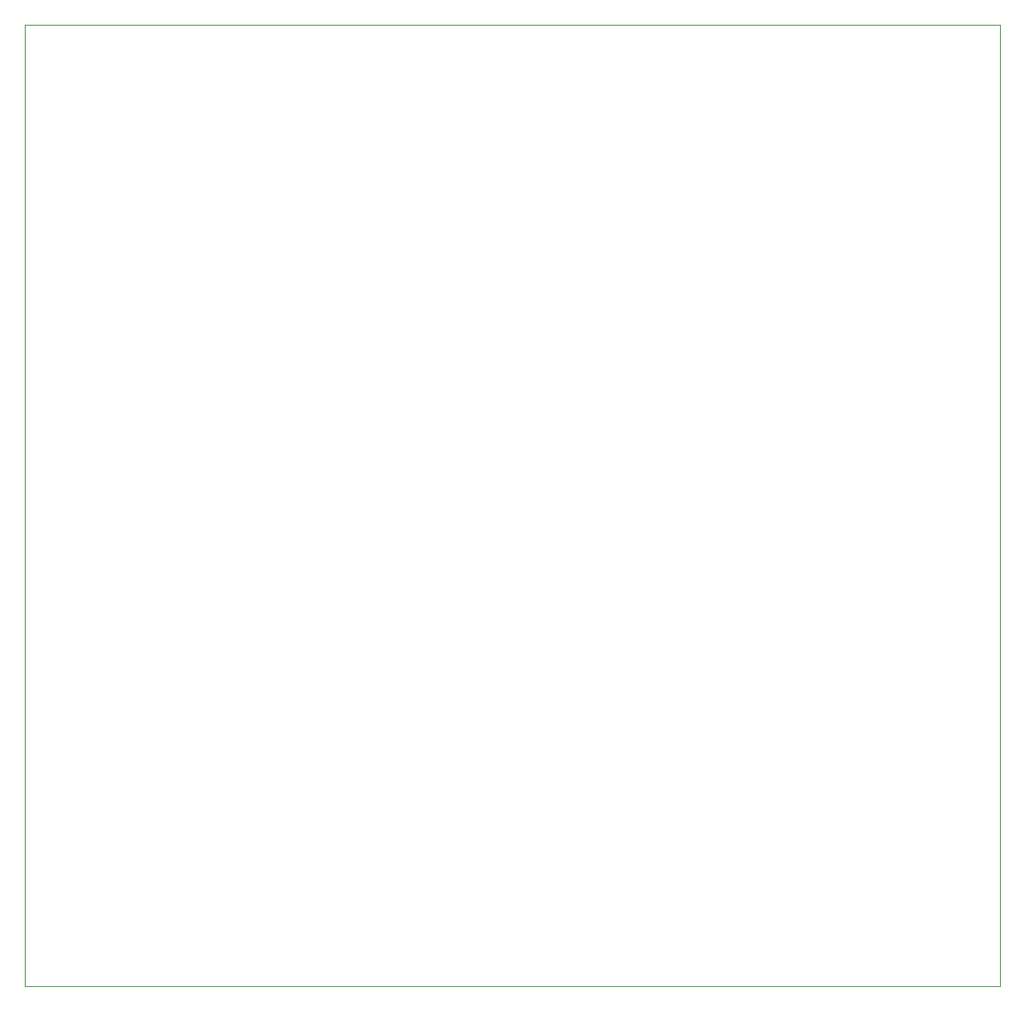
<source format=gbr>
G04 (created by PCBNEW (2013-may-18)-stable) date Tue 21 Oct 2014 09:53:05 PM CEST*
%MOIN*%
G04 Gerber Fmt 3.4, Leading zero omitted, Abs format*
%FSLAX34Y34*%
G01*
G70*
G90*
G04 APERTURE LIST*
%ADD10C,0.00590551*%
%ADD11C,0.00393701*%
G04 APERTURE END LIST*
G54D10*
G54D11*
X101000Y-30000D02*
X61750Y-30000D01*
X101000Y-68750D02*
X101000Y-30000D01*
X61750Y-68750D02*
X101000Y-68750D01*
X61750Y-30000D02*
X61750Y-68750D01*
M02*

</source>
